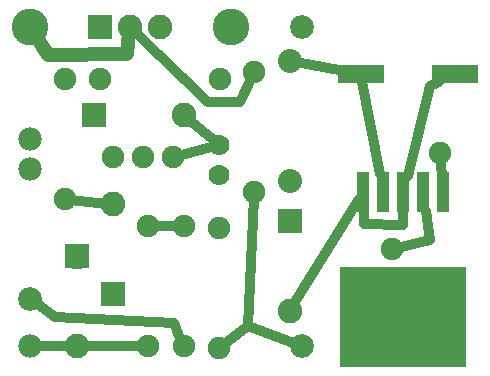
<source format=gtl>
G04 MADE WITH FRITZING*
G04 WWW.FRITZING.ORG*
G04 DOUBLE SIDED*
G04 HOLES PLATED*
G04 CONTOUR ON CENTER OF CONTOUR VECTOR*
%ASAXBY*%
%FSLAX23Y23*%
%MOIN*%
%OFA0B0*%
%SFA1.0B1.0*%
%ADD10C,0.070000*%
%ADD11C,0.082000*%
%ADD12C,0.078000*%
%ADD13C,0.075000*%
%ADD14C,0.079370*%
%ADD15C,0.122047*%
%ADD16C,0.080000*%
%ADD17C,0.075433*%
%ADD18R,0.082000X0.082000*%
%ADD19R,0.420011X0.335756*%
%ADD20R,0.039253X0.132747*%
%ADD21R,0.157480X0.062992*%
%ADD22C,0.032000*%
%ADD23C,0.048000*%
%LNCOPPER1*%
G90*
G70*
G54D10*
X752Y799D03*
X752Y699D03*
G54D11*
X280Y428D03*
X280Y130D03*
X398Y305D03*
X398Y603D03*
G54D12*
X122Y821D03*
X122Y721D03*
G54D11*
X355Y1193D03*
X455Y1193D03*
X555Y1193D03*
G54D13*
X752Y124D03*
X752Y524D03*
X356Y1020D03*
X756Y1020D03*
X240Y1019D03*
X240Y619D03*
X398Y760D03*
X498Y760D03*
X598Y760D03*
G54D14*
X122Y288D03*
G54D13*
X870Y1042D03*
X870Y642D03*
X516Y530D03*
X516Y130D03*
G54D15*
X791Y1193D03*
G54D14*
X1028Y130D03*
G54D15*
X122Y1193D03*
G54D12*
X122Y130D03*
G54D13*
X634Y530D03*
X634Y130D03*
G54D14*
X1028Y1193D03*
G54D11*
X336Y900D03*
X634Y900D03*
G54D16*
X988Y681D03*
X988Y1081D03*
G54D11*
X988Y546D03*
X988Y248D03*
G54D17*
X1328Y452D03*
X1488Y772D03*
G54D18*
X280Y429D03*
X398Y304D03*
X355Y1193D03*
X335Y900D03*
X988Y547D03*
G54D19*
X1367Y228D03*
G54D20*
X1233Y642D03*
X1300Y642D03*
X1367Y642D03*
X1433Y642D03*
X1500Y642D03*
G54D21*
X1225Y1036D03*
X1539Y1036D03*
G54D22*
X258Y617D02*
X377Y605D01*
D02*
X141Y130D02*
X259Y130D01*
D02*
X498Y130D02*
X301Y130D01*
D02*
X1151Y1050D02*
X1008Y1078D01*
D02*
X1288Y703D02*
X1230Y1010D01*
D02*
X615Y764D02*
X738Y796D01*
D02*
X650Y886D02*
X741Y809D01*
D02*
X1219Y619D02*
X999Y266D01*
D02*
X1366Y581D02*
X1365Y533D01*
D02*
X1365Y533D02*
X1234Y537D01*
D02*
X1234Y537D02*
X1234Y581D01*
D02*
X1485Y1010D02*
X1456Y996D01*
X1456Y996D02*
X1381Y698D01*
D02*
X1442Y581D02*
X1456Y484D01*
X1456Y484D02*
X1345Y456D01*
G54D23*
D02*
X134Y1175D02*
X183Y1101D01*
D02*
X183Y1101D02*
X445Y1103D01*
D02*
X445Y1103D02*
X453Y1172D01*
G54D22*
D02*
X863Y1026D02*
X823Y945D01*
D02*
X823Y945D02*
X717Y945D01*
D02*
X717Y945D02*
X470Y1179D01*
D02*
X1494Y703D02*
X1490Y754D01*
D02*
X616Y530D02*
X533Y530D01*
D02*
X138Y276D02*
X205Y227D01*
D02*
X205Y227D02*
X602Y208D01*
D02*
X602Y208D02*
X627Y146D01*
D02*
X766Y134D02*
X848Y196D01*
X848Y196D02*
X869Y624D01*
D02*
X1009Y137D02*
X848Y196D01*
G04 End of Copper1*
M02*
</source>
